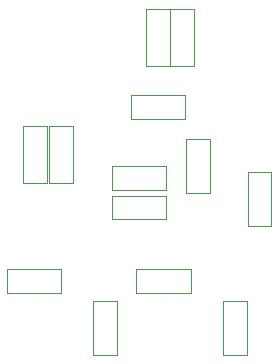
<source format=gbr>
G04 #@! TF.FileFunction,Other,User*
%FSLAX46Y46*%
G04 Gerber Fmt 4.6, Leading zero omitted, Abs format (unit mm)*
G04 Created by KiCad (PCBNEW 4.0.5) date Thu Feb  9 17:30:12 2017*
%MOMM*%
%LPD*%
G01*
G04 APERTURE LIST*
%ADD10C,0.100000*%
%ADD11C,0.050000*%
G04 APERTURE END LIST*
D10*
D11*
X151160000Y-122180000D02*
X151160000Y-126780000D01*
X153160000Y-122180000D02*
X153160000Y-126780000D01*
X151160000Y-122180000D02*
X153160000Y-122180000D01*
X151160000Y-126780000D02*
X153160000Y-126780000D01*
X148430000Y-119510000D02*
X143830000Y-119510000D01*
X148430000Y-121510000D02*
X143830000Y-121510000D01*
X148430000Y-119510000D02*
X148430000Y-121510000D01*
X143830000Y-119510000D02*
X143830000Y-121510000D01*
X140160000Y-122180000D02*
X140160000Y-126780000D01*
X142160000Y-122180000D02*
X142160000Y-126780000D01*
X140160000Y-122180000D02*
X142160000Y-122180000D01*
X140160000Y-126780000D02*
X142160000Y-126780000D01*
X137460000Y-119530000D02*
X132860000Y-119530000D01*
X137460000Y-121530000D02*
X132860000Y-121530000D01*
X137460000Y-119530000D02*
X137460000Y-121530000D01*
X132860000Y-119530000D02*
X132860000Y-121530000D01*
X136256106Y-112187512D02*
X136256106Y-107387512D01*
X134256106Y-112187512D02*
X134256106Y-107387512D01*
X136256106Y-112187512D02*
X134256106Y-112187512D01*
X136256106Y-107387512D02*
X134256106Y-107387512D01*
X138413572Y-112187512D02*
X138413572Y-107387512D01*
X136413572Y-112187512D02*
X136413572Y-107387512D01*
X138413572Y-112187512D02*
X136413572Y-112187512D01*
X138413572Y-107387512D02*
X136413572Y-107387512D01*
X146660000Y-97480000D02*
X146660000Y-102280000D01*
X148660000Y-97480000D02*
X148660000Y-102280000D01*
X146660000Y-97480000D02*
X148660000Y-97480000D01*
X146660000Y-102280000D02*
X148660000Y-102280000D01*
X146660000Y-102280000D02*
X146660000Y-97480000D01*
X144660000Y-102280000D02*
X144660000Y-97480000D01*
X146660000Y-102280000D02*
X144660000Y-102280000D01*
X146660000Y-97480000D02*
X144660000Y-97480000D01*
X146360000Y-110780000D02*
X141760000Y-110780000D01*
X146360000Y-112780000D02*
X141760000Y-112780000D01*
X146360000Y-110780000D02*
X146360000Y-112780000D01*
X141760000Y-110780000D02*
X141760000Y-112780000D01*
X146360000Y-113280000D02*
X141760000Y-113280000D01*
X146360000Y-115280000D02*
X141760000Y-115280000D01*
X146360000Y-113280000D02*
X146360000Y-115280000D01*
X141760000Y-113280000D02*
X141760000Y-115280000D01*
X148060000Y-108480000D02*
X148060000Y-113080000D01*
X150060000Y-108480000D02*
X150060000Y-113080000D01*
X148060000Y-108480000D02*
X150060000Y-108480000D01*
X148060000Y-113080000D02*
X150060000Y-113080000D01*
X143360000Y-106780000D02*
X147960000Y-106780000D01*
X143360000Y-104780000D02*
X147960000Y-104780000D01*
X143360000Y-106780000D02*
X143360000Y-104780000D01*
X147960000Y-106780000D02*
X147960000Y-104780000D01*
X153260000Y-111280000D02*
X153260000Y-115880000D01*
X155260000Y-111280000D02*
X155260000Y-115880000D01*
X153260000Y-111280000D02*
X155260000Y-111280000D01*
X153260000Y-115880000D02*
X155260000Y-115880000D01*
M02*

</source>
